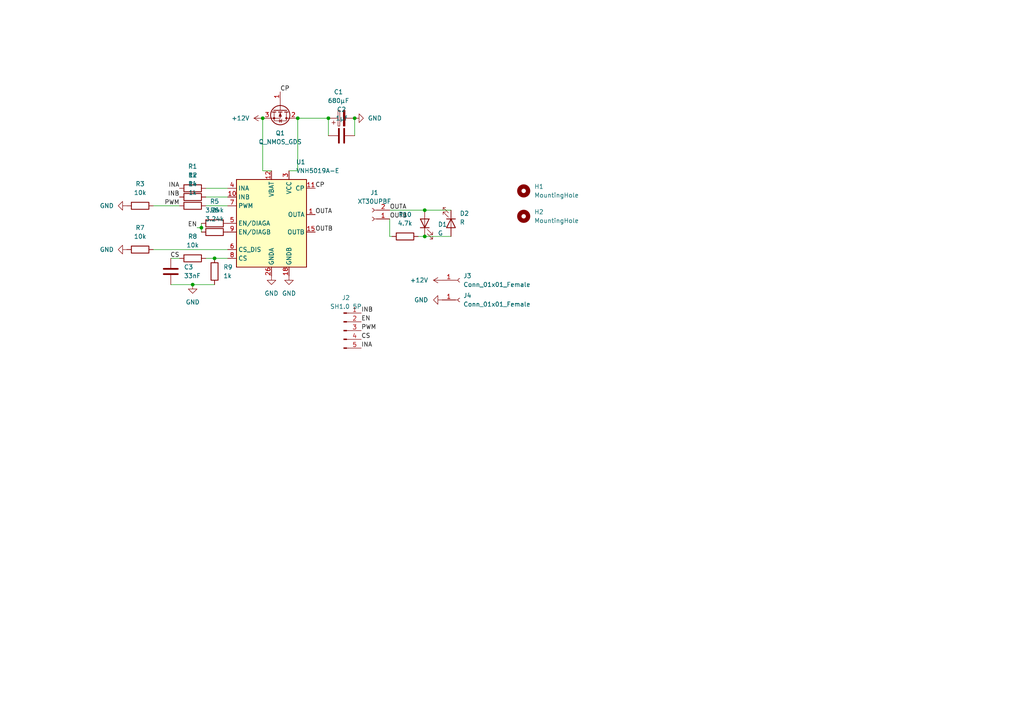
<source format=kicad_sch>
(kicad_sch (version 20230121) (generator eeschema)
  (paper "A4")
  (lib_symbols
    (symbol "Connector:Conn_01x01_Female" (pin_names (offset 1.016) hide)
      (property "Reference" "J" (at 0 2.54 0))
      (property "Value" "Conn_01x01_Female" (at 0 -2.54 0))
      (symbol "Conn_01x01_Female_1_1"
        (polyline (pts (xy -1.27 0) (xy -0.508 0)) (stroke (width 0.1524)))
        (arc (start 0 0.508) (mid -0.5058 0) (end 0 -0.508) (stroke (width 0.1524)))
        (pin passive line (at -5.08 0 0) (length 3.81) (name "Pin_1") (number "1"))
      )
    )
    (symbol "Connector:Conn_01x02_Female" (pin_names (offset 1.016) hide)
      (property "Reference" "J" (at 0 2.54 0))
      (property "Value" "Conn_01x02_Female" (at 0 -5.08 0))
      (symbol "Conn_01x02_Female_1_1"
        (arc (start 0 -2.032) (mid -0.5058 -2.54) (end 0 -3.048) (stroke (width 0.1524)))
        (polyline (pts (xy -1.27 -2.54) (xy -0.508 -2.54)) (stroke (width 0.1524)))
        (polyline (pts (xy -1.27 0) (xy -0.508 0)) (stroke (width 0.1524)))
        (arc (start 0 0.508) (mid -0.5058 0) (end 0 -0.508) (stroke (width 0.1524)))
        (pin passive line (at -5.08 0 0) (length 3.81) (name "Pin_1") (number "1"))
        (pin passive line (at -5.08 -2.54 0) (length 3.81) (name "Pin_2") (number "2"))
      )
    )
    (symbol "Connector:Conn_01x05_Pin" (pin_names (offset 1.016) hide)
      (property "Reference" "J" (at 0 7.62 0))
      (property "Value" "Conn_01x05_Pin" (at 0 -7.62 0))
      (symbol "Conn_01x05_Pin_1_1"
        (polyline (pts (xy 1.27 -5.08) (xy 0.8636 -5.08)) (stroke (width 0.1524)))
        (polyline (pts (xy 1.27 -2.54) (xy 0.8636 -2.54)) (stroke (width 0.1524)))
        (polyline (pts (xy 1.27 0) (xy 0.8636 0)) (stroke (width 0.1524)))
        (polyline (pts (xy 1.27 2.54) (xy 0.8636 2.54)) (stroke (width 0.1524)))
        (polyline (pts (xy 1.27 5.08) (xy 0.8636 5.08)) (stroke (width 0.1524)))
        (rectangle (start 0.8636 -4.953) (end 0 -5.207) (stroke (width 0.1524)) (fill (type outline)))
        (rectangle (start 0.8636 -2.413) (end 0 -2.667) (stroke (width 0.1524)) (fill (type outline)))
        (rectangle (start 0.8636 0.127) (end 0 -0.127) (stroke (width 0.1524)) (fill (type outline)))
        (rectangle (start 0.8636 2.667) (end 0 2.413) (stroke (width 0.1524)) (fill (type outline)))
        (rectangle (start 0.8636 5.207) (end 0 4.953) (stroke (width 0.1524)) (fill (type outline)))
        (pin passive line (at 5.08 5.08 180) (length 3.81) (name "Pin_1") (number "1"))
        (pin passive line (at 5.08 2.54 180) (length 3.81) (name "Pin_2") (number "2"))
        (pin passive line (at 5.08 0 180) (length 3.81) (name "Pin_3") (number "3"))
        (pin passive line (at 5.08 -2.54 180) (length 3.81) (name "Pin_4") (number "4"))
        (pin passive line (at 5.08 -5.08 180) (length 3.81) (name "Pin_5") (number "5"))
      )
    )
    (symbol "Device:C" (pin_numbers hide) (pin_names (offset 0.254))
      (property "Reference" "C" (at 0.635 2.54 0))
      (property "Value" "C" (at 0.635 -2.54 0))
      (symbol "C_0_1"
        (polyline (pts (xy -2.032 -0.762) (xy 2.032 -0.762)) (stroke (width 0.508)))
        (polyline (pts (xy -2.032 0.762) (xy 2.032 0.762)) (stroke (width 0.508)))
      )
      (symbol "C_1_1"
        (pin passive line (at 0 3.81 270) (length 2.794) (name "~") (number "1"))
        (pin passive line (at 0 -3.81 90) (length 2.794) (name "~") (number "2"))
      )
    )
    (symbol "Device:C_Polarized" (pin_numbers hide) (pin_names (offset 0.254))
      (property "Reference" "C" (at 0.635 2.54 0))
      (property "Value" "C_Polarized" (at 0.635 -2.54 0))
      (symbol "C_Polarized_0_1"
        (rectangle (start -2.286 0.508) (end 2.286 1.016))
        (polyline (pts (xy -1.778 2.286) (xy -0.762 2.286)))
        (polyline (pts (xy -1.27 2.794) (xy -1.27 1.778)))
        (rectangle (start 2.286 -0.508) (end -2.286 -1.016) (fill (type outline)))
      )
      (symbol "C_Polarized_1_1"
        (pin passive line (at 0 3.81 270) (length 2.794) (name "~") (number "1"))
        (pin passive line (at 0 -3.81 90) (length 2.794) (name "~") (number "2"))
      )
    )
    (symbol "Device:LED" (pin_numbers hide) (pin_names (offset 1.016) hide)
      (property "Reference" "D" (at 0 2.54 0))
      (property "Value" "LED" (at 0 -2.54 0))
      (symbol "LED_0_1"
        (polyline (pts (xy -1.27 -1.27) (xy -1.27 1.27)) (stroke (width 0.254)))
        (polyline (pts (xy -1.27 0) (xy 1.27 0)))
        (polyline (pts (xy 1.27 -1.27) (xy 1.27 1.27) (xy -1.27 0) (xy 1.27 -1.27)) (stroke (width 0.254)))
        (polyline (pts (xy -3.048 -0.762) (xy -4.572 -2.286) (xy -3.81 -2.286) (xy -4.572 -2.286) (xy -4.572 -1.524)))
        (polyline (pts (xy -1.778 -0.762) (xy -3.302 -2.286) (xy -2.54 -2.286) (xy -3.302 -2.286) (xy -3.302 -1.524)))
      )
      (symbol "LED_1_1"
        (pin passive line (at -3.81 0 0) (length 2.54) (name "K") (number "1"))
        (pin passive line (at 3.81 0 180) (length 2.54) (name "A") (number "2"))
      )
    )
    (symbol "Device:Q_NMOS_GDS" (pin_names (offset 0) hide)
      (property "Reference" "Q" (at 5.08 1.27 0))
      (property "Value" "Q_NMOS_GDS" (at 5.08 -1.27 0))
      (symbol "Q_NMOS_GDS_0_1"
        (polyline (pts (xy 0.254 0) (xy -2.54 0)))
        (polyline (pts (xy 0.254 1.905) (xy 0.254 -1.905)) (stroke (width 0.254)))
        (polyline (pts (xy 0.762 -1.27) (xy 0.762 -2.286)) (stroke (width 0.254)))
        (polyline (pts (xy 0.762 0.508) (xy 0.762 -0.508)) (stroke (width 0.254)))
        (polyline (pts (xy 0.762 2.286) (xy 0.762 1.27)) (stroke (width 0.254)))
        (polyline (pts (xy 2.54 2.54) (xy 2.54 1.778)))
        (polyline (pts (xy 2.54 -2.54) (xy 2.54 0) (xy 0.762 0)))
        (polyline (pts (xy 0.762 -1.778) (xy 3.302 -1.778) (xy 3.302 1.778) (xy 0.762 1.778)))
        (polyline (pts (xy 1.016 0) (xy 2.032 0.381) (xy 2.032 -0.381) (xy 1.016 0)) (fill (type outline)))
        (polyline (pts (xy 2.794 0.508) (xy 2.921 0.381) (xy 3.683 0.381) (xy 3.81 0.254)))
        (polyline (pts (xy 3.302 0.381) (xy 2.921 -0.254) (xy 3.683 -0.254) (xy 3.302 0.381)))
        (circle (center 1.651 0) (radius 2.794) (stroke (width 0.254)))
        (circle (center 2.54 -1.778) (radius 0.254) (fill (type outline)))
        (circle (center 2.54 1.778) (radius 0.254) (fill (type outline)))
      )
      (symbol "Q_NMOS_GDS_1_1"
        (pin input line (at -5.08 0 0) (length 2.54) (name "G") (number "1"))
        (pin passive line (at 2.54 5.08 270) (length 2.54) (name "D") (number "2"))
        (pin passive line (at 2.54 -5.08 90) (length 2.54) (name "S") (number "3"))
      )
    )
    (symbol "Device:R" (pin_numbers hide) (pin_names (offset 0))
      (property "Reference" "R" (at 2.032 0 90))
      (property "Value" "R" (at 0 0 90))
      (symbol "R_0_1"
        (rectangle (start -1.016 -2.54) (end 1.016 2.54) (stroke (width 0.254)))
      )
      (symbol "R_1_1"
        (pin passive line (at 0 3.81 270) (length 1.27) (name "~") (number "1"))
        (pin passive line (at 0 -3.81 90) (length 1.27) (name "~") (number "2"))
      )
    )
    (symbol "Driver_Motor:VNH5019A-E"
      (property "Reference" "U" (at -7.62 13.97 0))
      (property "Value" "VNH5019A-E" (at 12.7 13.97 0))
      (symbol "VNH5019A-E_0_1"
        (rectangle (start -10.16 12.7) (end 10.16 -12.7) (stroke (width 0.254)) (fill (type background)))
      )
      (symbol "VNH5019A-E_1_1"
        (pin output line (at 12.7 2.54 180) (length 2.54) (name "OUTA") (number "1"))
        (pin input line (at -12.7 7.62 0) (length 2.54) (name "INB") (number "10"))
        (pin output line (at 12.7 10.16 180) (length 2.54) (name "CP") (number "11"))
        (pin power_in line (at 0 15.24 270) (length 2.54) (name "VBAT") (number "12"))
        (pin passive line (at 5.08 15.24 270) (length 2.54) hide (name "VCC") (number "13"))
        (pin no_connect line (at 10.16 -10.16 180) (length 2.54) hide (name "NC") (number "14"))
        (pin output line (at 12.7 -2.54 180) (length 2.54) (name "OUTB") (number "15"))
        (pin passive line (at 12.7 -2.54 180) (length 2.54) hide (name "OUTB") (number "16"))
        (pin no_connect line (at 10.16 -5.08 180) (length 2.54) hide (name "NC") (number "17"))
        (pin power_in line (at 5.08 -15.24 90) (length 2.54) (name "GNDB") (number "18"))
        (pin passive line (at 5.08 -15.24 90) (length 2.54) hide (name "GNDB") (number "19"))
        (pin no_connect line (at 10.16 -7.62 180) (length 2.54) hide (name "NC") (number "2"))
        (pin passive line (at 5.08 -15.24 90) (length 2.54) hide (name "GNDB") (number "20"))
        (pin passive line (at 12.7 -2.54 180) (length 2.54) hide (name "OUTB") (number "21"))
        (pin no_connect line (at 10.16 0 180) (length 2.54) hide (name "NC") (number "22"))
        (pin passive line (at 5.08 15.24 270) (length 2.54) hide (name "VCC") (number "23"))
        (pin no_connect line (at 10.16 5.08 180) (length 2.54) hide (name "NC") (number "24"))
        (pin passive line (at 12.7 2.54 180) (length 2.54) hide (name "OUTA") (number "25"))
        (pin power_in line (at 0 -15.24 90) (length 2.54) (name "GNDA") (number "26"))
        (pin passive line (at 0 -15.24 90) (length 2.54) hide (name "GNDA") (number "27"))
        (pin passive line (at 0 -15.24 90) (length 2.54) hide (name "GNDA") (number "28"))
        (pin no_connect line (at 10.16 7.62 180) (length 2.54) hide (name "NC") (number "29"))
        (pin power_in line (at 5.08 15.24 270) (length 2.54) (name "VCC") (number "3"))
        (pin passive line (at 12.7 2.54 180) (length 2.54) hide (name "OUTA") (number "30"))
        (pin passive line (at 5.08 15.24 270) (length 2.54) hide (name "VCC") (number "31"))
        (pin passive line (at 12.7 -2.54 180) (length 2.54) hide (name "OUTB") (number "32"))
        (pin passive line (at 12.7 2.54 180) (length 2.54) hide (name "OUTA") (number "33"))
        (pin input line (at -12.7 10.16 0) (length 2.54) (name "INA") (number "4"))
        (pin open_collector line (at -12.7 0 0) (length 2.54) (name "EN/DIAGA") (number "5"))
        (pin input line (at -12.7 -7.62 0) (length 2.54) (name "CS_DIS") (number "6"))
        (pin input line (at -12.7 5.08 0) (length 2.54) (name "PWM") (number "7"))
        (pin output line (at -12.7 -10.16 0) (length 2.54) (name "CS") (number "8"))
        (pin open_collector line (at -12.7 -2.54 0) (length 2.54) (name "EN/DIAGB") (number "9"))
      )
    )
    (symbol "Mechanical:MountingHole" (pin_names (offset 1.016))
      (property "Reference" "H" (at 0 5.08 0))
      (property "Value" "MountingHole" (at 0 3.175 0))
      (symbol "MountingHole_0_1"
        (circle (center 0 0) (radius 1.27) (stroke (width 1.27)))
      )
    )
    (symbol "power:+12V" (power) (pin_names (offset 0))
      (property "Value" "+12V" (at 0 3.556 0))
      (symbol "+12V_0_1"
        (polyline (pts (xy -0.762 1.27) (xy 0 2.54)))
        (polyline (pts (xy 0 0) (xy 0 2.54)))
        (polyline (pts (xy 0 2.54) (xy 0.762 1.27)))
      )
      (symbol "+12V_1_1"
        (pin power_in line (at 0 0 90) (length 0) hide (name "+12V") (number "1"))
      )
    )
    (symbol "power:GND" (power) (pin_names (offset 0))
      (property "Value" "GND" (at 0 -3.81 0))
      (symbol "GND_0_1"
        (polyline (pts (xy 0 0) (xy 0 -1.27) (xy 1.27 -1.27) (xy 0 -2.54) (xy -1.27 -1.27) (xy 0 -1.27)))
      )
      (symbol "GND_1_1"
        (pin power_in line (at 0 0 270) (length 0) hide (name "GND") (number "1"))
      )
    )
  )
  (junction (at 95.25 34.29))
  (junction (at 62.23 74.93))
  (junction (at 123.19 68.58))
  (junction (at 102.87 34.29))
  (junction (at 123.19 60.96))
  (junction (at 76.2 34.29))
  (junction (at 55.88 82.55))
  (junction (at 58.42 66.04))
  (junction (at 86.36 34.29))
  (wire (pts (xy 62.23 74.93) (xy 66.04 74.93)))
  (wire (pts (xy 76.2 49.53) (xy 78.74 49.53)))
  (wire (pts (xy 44.45 59.69) (xy 52.07 59.69)))
  (wire (pts (xy 58.42 64.77) (xy 58.42 66.04)))
  (wire (pts (xy 123.19 68.58) (xy 130.81 68.58)))
  (wire (pts (xy 59.69 59.69) (xy 66.04 59.69)))
  (wire (pts (xy 58.42 66.04) (xy 58.42 67.31)))
  (wire (pts (xy 49.53 74.93) (xy 52.07 74.93)))
  (wire (pts (xy 102.87 34.29) (xy 102.87 39.37)))
  (wire (pts (xy 57.15 66.04) (xy 58.42 66.04)))
  (wire (pts (xy 55.88 82.55) (xy 62.23 82.55)))
  (wire (pts (xy 121.285 68.58) (xy 123.19 68.58)))
  (wire (pts (xy 59.69 74.93) (xy 62.23 74.93)))
  (wire (pts (xy 49.53 82.55) (xy 55.88 82.55)))
  (wire (pts (xy 86.36 34.29) (xy 95.25 34.29)))
  (wire (pts (xy 113.03 63.5) (xy 113.03 68.58)))
  (wire (pts (xy 95.25 34.29) (xy 95.25 39.37)))
  (wire (pts (xy 113.03 68.58) (xy 113.665 68.58)))
  (wire (pts (xy 59.69 57.15) (xy 66.04 57.15)))
  (wire (pts (xy 44.45 72.39) (xy 66.04 72.39)))
  (wire (pts (xy 123.19 60.96) (xy 130.81 60.96)))
  (wire (pts (xy 86.36 49.53) (xy 86.36 34.29)))
  (wire (pts (xy 83.82 49.53) (xy 86.36 49.53)))
  (wire (pts (xy 113.03 60.96) (xy 123.19 60.96)))
  (wire (pts (xy 76.2 34.29) (xy 76.2 49.53)))
  (wire (pts (xy 59.69 54.61) (xy 66.04 54.61)))
  (label "OUTB" (at 91.44 67.31 0))
  (label "INB" (at 104.775 90.805 0))
  (label "INA" (at 52.07 54.61 180))
  (label "CS" (at 52.07 74.93 180))
  (label "EN" (at 104.775 93.345 0))
  (label "OUTA" (at 113.03 60.96 0))
  (label "INA" (at 104.775 100.965 0))
  (label "PWM" (at 104.775 95.885 0))
  (label "OUTA" (at 91.44 62.23 0))
  (label "OUTB" (at 113.03 63.5 0))
  (label "INB" (at 52.07 57.15 180))
  (label "CP" (at 91.44 54.61 0))
  (label "PWM" (at 52.07 59.69 180))
  (label "CS" (at 104.775 98.425 0))
  (label "EN" (at 57.15 66.04 180))
  (label "CP" (at 81.28 26.67 0))
  (symbol (lib_id "Device:C") (at 49.53 78.74 0) (unit 1)
    (property "Reference" "C3" (at 53.34 77.4699 0) (effects (justify left)))
    (property "Value" "33nF" (at 53.34 80.0099 0) (effects (justify left)))
    (property "Footprint" "Capacitor_SMD:C_0603_1608Metric" (effects hide))
  )
  (symbol (lib_id "Device:R") (at 117.475 68.58 270) (unit 1)
    (property "Reference" "R10" (at 117.475 62.23 90))
    (property "Value" "4.7k" (at 117.475 64.77 90))
    (property "Footprint" "Resistor_SMD:R_0603_1608Metric" (effects hide))
  )
  (symbol (lib_id "Device:R") (at 55.88 54.61 90) (unit 1)
    (property "Reference" "R1" (at 55.88 48.26 90))
    (property "Value" "1k" (at 55.88 50.8 90))
    (property "Footprint" "Resistor_SMD:R_0603_1608Metric" (effects hide))
  )
  (symbol (lib_id "Device:R") (at 62.23 64.77 90) (unit 1)
    (property "Reference" "R5" (at 62.23 58.42 90))
    (property "Value" "3.24k" (at 62.23 60.96 90))
    (property "Footprint" "Resistor_SMD:R_0603_1608Metric" (effects hide))
  )
  (symbol (lib_id "Device:C") (at 99.06 39.37 90) (unit 1)
    (property "Reference" "C2" (at 99.06 31.75 90))
    (property "Value" "1µf" (at 99.06 34.29 90))
    (property "Footprint" "Capacitor_SMD:C_0603_1608Metric" (effects hide))
  )
  (symbol (lib_id "Connector:Conn_01x01_Female") (at 133.35 81.28 0) (unit 1)
    (property "Reference" "J3" (at 134.366 80.0099 0) (effects (justify left)))
    (property "Value" "Conn_01x01_Female" (at 134.366 82.5499 0) (effects (justify left)))
    (property "Footprint" "Connector_Wire:SolderWirePad_1x01_SMD_5x10mm" (effects hide))
  )
  (symbol (lib_id "Connector:Conn_01x01_Female") (at 133.35 86.995 0) (unit 1)
    (property "Reference" "J4" (at 134.366 85.7249 0) (effects (justify left)))
    (property "Value" "Conn_01x01_Female" (at 134.366 88.2649 0) (effects (justify left)))
    (property "Footprint" "Connector_Wire:SolderWirePad_1x01_SMD_5x10mm" (effects hide))
  )
  (symbol (lib_id "Device:Q_NMOS_GDS") (at 81.28 31.75 270) (unit 1)
    (property "Reference" "Q1" (at 81.28 38.608 90))
    (property "Value" "Q_NMOS_GDS" (at 81.28 41.148 90))
    (property "Footprint" "Package_TO_SOT_SMD:TO-252-2" (effects hide))
  )
  (symbol (lib_id "power:GND") (at 36.83 72.39 270) (unit 1)
    (property "Reference" "#PWR05" (effects hide))
    (property "Value" "GND" (at 33.02 72.3899 90) (effects (justify right)))
  )
  (symbol (lib_id "Device:LED") (at 130.81 64.77 270) (unit 1)
    (property "Reference" "D2" (at 133.35 61.9125 90) (effects (justify left)))
    (property "Value" "R" (at 133.35 64.4525 90) (effects (justify left)))
    (property "Footprint" "Diode_SMD:D_0603_1608Metric" (effects hide))
  )
  (symbol (lib_id "power:GND") (at 102.87 34.29 90) (unit 1)
    (property "Reference" "#PWR02" (effects hide))
    (property "Value" "GND" (at 106.68 34.2899 90) (effects (justify right)))
  )
  (symbol (lib_id "Mechanical:MountingHole") (at 151.892 62.738 0) (unit 1)
    (property "Reference" "H2" (at 154.94 61.4679 0) (effects (justify left)))
    (property "Value" "MountingHole" (at 154.94 64.0079 0) (effects (justify left)))
    (property "Footprint" "MountingHole:MountingHole_3.2mm_M3_Pad" (effects hide))
  )
  (symbol (lib_id "power:GND") (at 36.83 59.69 270) (unit 1)
    (property "Reference" "#PWR03" (effects hide))
    (property "Value" "GND" (at 33.02 59.6899 90) (effects (justify right)))
  )
  (symbol (lib_id "Device:R") (at 55.88 59.69 90) (unit 1)
    (property "Reference" "R4" (at 55.88 53.34 90))
    (property "Value" "1k" (at 55.88 55.88 90))
    (property "Footprint" "Resistor_SMD:R_0603_1608Metric" (effects hide))
  )
  (symbol (lib_id "power:+12V") (at 76.2 34.29 90) (unit 1)
    (property "Reference" "#PWR01" (effects hide))
    (property "Value" "+12V" (at 72.39 34.2899 90) (effects (justify left)))
  )
  (symbol (lib_id "Driver_Motor:VNH5019A-E") (at 78.74 64.77 0) (unit 1)
    (property "Reference" "U1" (at 85.8394 46.99 0) (effects (justify left)))
    (property "Value" "VNH5019A-E" (at 85.8394 49.53 0) (effects (justify left)))
    (property "Footprint" "Package_SO:ST_MultiPowerSO-30" (effects hide))
    (property "Datasheet" "https://www.st.com/resource/en/datasheet/vnh5019a-e.pdf" (effects hide))
  )
  (symbol (lib_id "Device:LED") (at 123.19 64.77 90) (unit 1)
    (property "Reference" "D1" (at 127 65.0875 90) (effects (justify right)))
    (property "Value" "G" (at 127 67.6275 90) (effects (justify right)))
    (property "Footprint" "Diode_SMD:D_0603_1608Metric" (effects hide))
  )
  (symbol (lib_id "power:GND") (at 55.88 82.55 0) (unit 1)
    (property "Reference" "#PWR08" (effects hide))
    (property "Value" "GND" (at 55.88 87.63 0))
  )
  (symbol (lib_id "Device:C_Polarized") (at 99.06 34.29 90) (unit 1)
    (property "Reference" "C1" (at 98.171 26.67 90))
    (property "Value" "680µF" (at 98.171 29.21 90))
    (property "Footprint" "Capacitor_THT:CP_Radial_D8.0mm_P3.50mm" (effects hide))
  )
  (symbol (lib_id "Connector:Conn_01x02_Female") (at 107.95 63.5 180) (unit 1)
    (property "Reference" "J1" (at 108.585 55.88 0))
    (property "Value" "XT30UPBF" (at 108.585 58.42 0))
    (property "Footprint" "Connector_AMASS:AMASS_XT30UPB-F_1x02_P5.0mm_Vertical" (effects hide))
  )
  (symbol (lib_id "Device:R") (at 62.23 67.31 90) (unit 1)
    (property "Reference" "R6" (at 62.23 60.96 90))
    (property "Value" "3.24k" (at 62.23 63.5 90))
    (property "Footprint" "Resistor_SMD:R_0603_1608Metric" (effects hide))
  )
  (symbol (lib_id "Device:R") (at 40.64 59.69 90) (unit 1)
    (property "Reference" "R3" (at 40.64 53.34 90))
    (property "Value" "10k" (at 40.64 55.88 90))
    (property "Footprint" "Resistor_SMD:R_0603_1608Metric" (effects hide))
  )
  (symbol (lib_id "Connector:Conn_01x05_Pin") (at 99.695 95.885 0) (unit 1)
    (property "Reference" "J2" (at 100.33 86.36 0))
    (property "Value" "SH1.0 5P" (at 100.33 88.9 0))
    (property "Footprint" "Connector_JST:JST_SH_SM05B-SRSS-TB_1x05-1MP_P1.00mm_Horizontal" (effects hide))
  )
  (symbol (lib_id "power:+12V") (at 128.27 81.28 90) (unit 1)
    (property "Reference" "#PWR0103" (effects hide))
    (property "Value" "+12V" (at 124.206 81.2799 90) (effects (justify left)))
  )
  (symbol (lib_id "Mechanical:MountingHole") (at 151.892 55.372 0) (unit 1)
    (property "Reference" "H1" (at 154.94 54.1019 0) (effects (justify left)))
    (property "Value" "MountingHole" (at 154.94 56.6419 0) (effects (justify left)))
    (property "Footprint" "MountingHole:MountingHole_3.2mm_M3_Pad" (effects hide))
  )
  (symbol (lib_id "power:GND") (at 78.74 80.01 0) (unit 1)
    (property "Reference" "#PWR06" (effects hide))
    (property "Value" "GND" (at 78.74 85.09 0))
  )
  (symbol (lib_id "power:GND") (at 128.27 86.995 270) (unit 1)
    (property "Reference" "#PWR0102" (effects hide))
    (property "Value" "GND" (at 124.206 86.9949 90) (effects (justify right)))
  )
  (symbol (lib_id "Device:R") (at 55.88 74.93 90) (unit 1)
    (property "Reference" "R8" (at 55.88 68.58 90))
    (property "Value" "10k" (at 55.88 71.12 90))
    (property "Footprint" "Resistor_SMD:R_0603_1608Metric" (effects hide))
  )
  (symbol (lib_id "Device:R") (at 55.88 57.15 90) (unit 1)
    (property "Reference" "R2" (at 55.88 50.8 90))
    (property "Value" "1k" (at 55.88 53.34 90))
    (property "Footprint" "Resistor_SMD:R_0603_1608Metric" (effects hide))
  )
  (symbol (lib_id "Device:R") (at 62.23 78.74 180) (unit 1)
    (property "Reference" "R9" (at 64.77 77.4699 0) (effects (justify right)))
    (property "Value" "1k" (at 64.77 80.0099 0) (effects (justify right)))
    (property "Footprint" "Resistor_SMD:R_0603_1608Metric" (effects hide))
  )
  (symbol (lib_id "Device:R") (at 40.64 72.39 90) (unit 1)
    (property "Reference" "R7" (at 40.64 66.04 90))
    (property "Value" "10k" (at 40.64 68.58 90))
    (property "Footprint" "Resistor_SMD:R_0603_1608Metric" (effects hide))
  )
  (symbol (lib_id "power:GND") (at 83.82 80.01 0) (unit 1)
    (property "Reference" "#PWR07" (effects hide))
    (property "Value" "GND" (at 83.82 85.09 0))
  )
)
</source>
